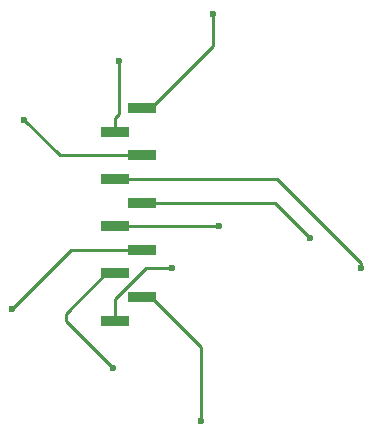
<source format=gbr>
G04 #@! TF.FileFunction,Copper,L2,Bot,Signal*
%FSLAX46Y46*%
G04 Gerber Fmt 4.6, Leading zero omitted, Abs format (unit mm)*
G04 Created by KiCad (PCBNEW 4.0.7-e2-6376~58~ubuntu14.04.1) date Fri Feb 16 13:10:18 2018*
%MOMM*%
%LPD*%
G01*
G04 APERTURE LIST*
%ADD10C,0.100000*%
%ADD11R,2.350000X0.850000*%
%ADD12C,0.600000*%
%ADD13C,0.250000*%
G04 APERTURE END LIST*
D10*
D11*
X75650000Y-111500000D03*
X75650000Y-107500000D03*
X75650000Y-103500000D03*
X75650000Y-99500000D03*
X75650000Y-95500000D03*
X78000000Y-109500000D03*
X78000000Y-105500000D03*
X78000000Y-101500000D03*
X78000000Y-97500000D03*
X78000000Y-93500000D03*
D12*
X80500000Y-107000000D03*
X83000000Y-120000000D03*
X75500000Y-115500000D03*
X67000000Y-110500000D03*
X84500000Y-103500000D03*
X92191698Y-104469425D03*
X96500000Y-107000000D03*
X68000000Y-94500000D03*
X76000000Y-89500000D03*
X84000000Y-85500000D03*
D13*
X75650000Y-111500000D02*
X75650000Y-109664998D01*
X75650000Y-109664998D02*
X78314998Y-107000000D01*
X78314998Y-107000000D02*
X80500000Y-107000000D01*
X83000000Y-120000000D02*
X83000000Y-113750000D01*
X83000000Y-113750000D02*
X78750000Y-109500000D01*
X78750000Y-109500000D02*
X78000000Y-109500000D01*
X75500000Y-115500000D02*
X71500000Y-111500000D01*
X71500000Y-111500000D02*
X71500000Y-110900000D01*
X71500000Y-110900000D02*
X74900000Y-107500000D01*
X74900000Y-107500000D02*
X75650000Y-107500000D01*
X67000000Y-110500000D02*
X72000000Y-105500000D01*
X72000000Y-105500000D02*
X78000000Y-105500000D01*
X84500000Y-103500000D02*
X75650000Y-103500000D01*
X89222273Y-101500000D02*
X91891699Y-104169426D01*
X78000000Y-101500000D02*
X89222273Y-101500000D01*
X91891699Y-104169426D02*
X92191698Y-104469425D01*
X89424264Y-99500000D02*
X77075000Y-99500000D01*
X96500000Y-107000000D02*
X96500000Y-106575736D01*
X77075000Y-99500000D02*
X75650000Y-99500000D01*
X96500000Y-106575736D02*
X89424264Y-99500000D01*
X68000000Y-94500000D02*
X71000000Y-97500000D01*
X71000000Y-97500000D02*
X78000000Y-97500000D01*
X76000000Y-94000000D02*
X75650000Y-94350000D01*
X75650000Y-94350000D02*
X75650000Y-95500000D01*
X76000000Y-89500000D02*
X76000000Y-94000000D01*
X84000000Y-85500000D02*
X84000000Y-88250000D01*
X84000000Y-88250000D02*
X78750000Y-93500000D01*
X78750000Y-93500000D02*
X78000000Y-93500000D01*
M02*

</source>
